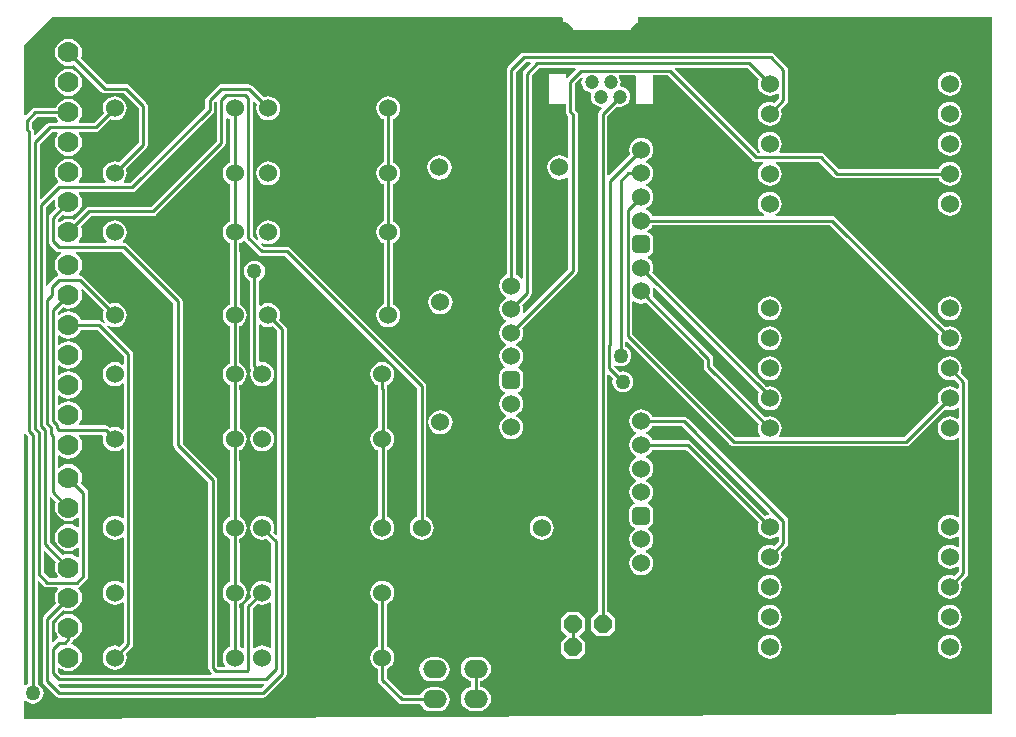
<source format=gtl>
G04 Layer_Physical_Order=1*
G04 Layer_Color=25308*
%FSLAX24Y24*%
%MOIN*%
G70*
G01*
G75*
%ADD10C,0.0100*%
G04:AMPARAMS|DCode=11|XSize=60mil|YSize=60mil|CornerRadius=15mil|HoleSize=0mil|Usage=FLASHONLY|Rotation=90.000|XOffset=0mil|YOffset=0mil|HoleType=Round|Shape=RoundedRectangle|*
%AMROUNDEDRECTD11*
21,1,0.0600,0.0300,0,0,90.0*
21,1,0.0300,0.0600,0,0,90.0*
1,1,0.0300,0.0150,0.0150*
1,1,0.0300,0.0150,-0.0150*
1,1,0.0300,-0.0150,-0.0150*
1,1,0.0300,-0.0150,0.0150*
%
%ADD11ROUNDEDRECTD11*%
%ADD12C,0.0600*%
%ADD13C,0.0700*%
%ADD14O,0.0800X0.0600*%
%ADD15C,0.1070*%
%ADD16C,0.0472*%
%ADD17P,0.0639X8X22.5*%
%ADD18O,0.1181X0.1969*%
%ADD19C,0.0500*%
G36*
X20157Y22057D02*
Y21789D01*
X20107Y21764D01*
X20052Y21806D01*
X19955Y21846D01*
X19850Y21860D01*
X19746Y21846D01*
X19649Y21806D01*
X19565Y21742D01*
X19501Y21658D01*
X19461Y21561D01*
X19447Y21457D01*
X19461Y21352D01*
X19501Y21255D01*
X19565Y21171D01*
X19649Y21107D01*
X19746Y21067D01*
X19850Y21053D01*
X19955Y21067D01*
X20052Y21107D01*
X20107Y21149D01*
X20157Y21125D01*
Y19623D01*
X20107Y19599D01*
X20052Y19641D01*
X19955Y19681D01*
X19850Y19695D01*
X19746Y19681D01*
X19697Y19661D01*
X19655Y19703D01*
X19606Y19736D01*
X19547Y19747D01*
X18671D01*
X18646Y19797D01*
X18700Y19868D01*
X18745Y19977D01*
X18761Y20094D01*
X18745Y20212D01*
X18700Y20321D01*
X18628Y20415D01*
X18534Y20488D01*
X18425Y20533D01*
X18307Y20548D01*
X18190Y20533D01*
X18080Y20488D01*
X18010Y20434D01*
X17960Y20458D01*
Y20731D01*
X18010Y20755D01*
X18080Y20701D01*
X18190Y20656D01*
X18307Y20641D01*
X18425Y20656D01*
X18534Y20701D01*
X18628Y20774D01*
X18700Y20868D01*
X18745Y20977D01*
X18761Y21094D01*
X18745Y21212D01*
X18700Y21321D01*
X18628Y21415D01*
X18534Y21488D01*
X18425Y21533D01*
X18307Y21548D01*
X18190Y21533D01*
X18080Y21488D01*
X18010Y21434D01*
X17960Y21458D01*
Y21731D01*
X18010Y21755D01*
X18080Y21701D01*
X18190Y21656D01*
X18307Y21641D01*
X18425Y21656D01*
X18534Y21701D01*
X18628Y21774D01*
X18700Y21868D01*
X18745Y21977D01*
X18761Y22094D01*
X18745Y22212D01*
X18700Y22321D01*
X18628Y22415D01*
X18534Y22488D01*
X18425Y22533D01*
X18307Y22548D01*
X18190Y22533D01*
X18080Y22488D01*
X18010Y22434D01*
X17960Y22458D01*
Y22731D01*
X18010Y22755D01*
X18080Y22701D01*
X18190Y22656D01*
X18307Y22641D01*
X18425Y22656D01*
X18534Y22701D01*
X18628Y22774D01*
X18700Y22868D01*
X18731Y22942D01*
X19272D01*
X20157Y22057D01*
D02*
G37*
G36*
X19481Y23578D02*
X19461Y23530D01*
X19447Y23425D01*
X19461Y23321D01*
X19501Y23223D01*
X19526Y23191D01*
X19488Y23158D01*
X19444Y23203D01*
X19394Y23236D01*
X19336Y23247D01*
X18731D01*
X18700Y23321D01*
X18628Y23415D01*
X18534Y23488D01*
X18425Y23533D01*
X18307Y23548D01*
X18190Y23533D01*
X18080Y23488D01*
X18010Y23434D01*
X17960Y23458D01*
Y23531D01*
X18116Y23687D01*
X18190Y23656D01*
X18307Y23641D01*
X18425Y23656D01*
X18534Y23701D01*
X18628Y23774D01*
X18700Y23868D01*
X18745Y23977D01*
X18761Y24094D01*
X18745Y24212D01*
X18723Y24265D01*
X18766Y24293D01*
X19481Y23578D01*
D02*
G37*
G36*
X23649Y29966D02*
X23697Y29945D01*
Y28942D01*
X23697Y28940D01*
Y28519D01*
X23649Y28499D01*
X23565Y28435D01*
X23501Y28351D01*
X23461Y28254D01*
X23447Y28150D01*
X23461Y28045D01*
X23501Y27948D01*
X23565Y27864D01*
X23649Y27800D01*
X23697Y27780D01*
Y26551D01*
X23649Y26530D01*
X23565Y26466D01*
X23501Y26383D01*
X23461Y26286D01*
X23447Y26181D01*
X23461Y26077D01*
X23501Y25979D01*
X23565Y25896D01*
X23649Y25832D01*
X23697Y25811D01*
Y25510D01*
X23707Y25461D01*
Y23799D01*
X23649Y23775D01*
X23565Y23710D01*
X23501Y23627D01*
X23461Y23530D01*
X23447Y23425D01*
X23461Y23321D01*
X23501Y23223D01*
X23565Y23140D01*
X23649Y23076D01*
X23697Y23056D01*
Y21826D01*
X23649Y21806D01*
X23565Y21742D01*
X23501Y21658D01*
X23461Y21561D01*
X23447Y21457D01*
X23461Y21352D01*
X23501Y21255D01*
X23565Y21171D01*
X23649Y21107D01*
X23697Y21087D01*
Y20930D01*
X23707Y20881D01*
Y19665D01*
X23649Y19641D01*
X23565Y19577D01*
X23501Y19493D01*
X23461Y19396D01*
X23447Y19291D01*
X23461Y19187D01*
X23501Y19090D01*
X23565Y19006D01*
X23649Y18942D01*
X23697Y18922D01*
Y18570D01*
X23707Y18521D01*
Y16712D01*
X23649Y16688D01*
X23565Y16624D01*
X23501Y16540D01*
X23461Y16443D01*
X23447Y16339D01*
X23461Y16234D01*
X23501Y16137D01*
X23565Y16053D01*
X23649Y15989D01*
X23697Y15969D01*
Y15810D01*
X23707Y15761D01*
Y14547D01*
X23649Y14523D01*
X23565Y14459D01*
X23501Y14375D01*
X23461Y14278D01*
X23447Y14173D01*
X23461Y14069D01*
X23501Y13971D01*
X23565Y13888D01*
X23649Y13824D01*
X23697Y13804D01*
Y13640D01*
X23707Y13591D01*
Y12381D01*
X23649Y12357D01*
X23565Y12293D01*
X23501Y12210D01*
X23461Y12112D01*
X23447Y12008D01*
X23461Y11903D01*
X23501Y11806D01*
X23542Y11753D01*
X23517Y11703D01*
X23303D01*
X23273Y11733D01*
Y17920D01*
X23261Y17979D01*
X23228Y18028D01*
X22113Y19143D01*
Y23880D01*
X22103Y23929D01*
X22101Y23939D01*
X22068Y23988D01*
X20268Y25788D01*
X20219Y25821D01*
X20160Y25833D01*
X20132D01*
X20115Y25880D01*
X20136Y25896D01*
X20200Y25979D01*
X20240Y26077D01*
X20254Y26181D01*
X20240Y26286D01*
X20200Y26383D01*
X20136Y26466D01*
X20052Y26530D01*
X19955Y26571D01*
X19850Y26585D01*
X19746Y26571D01*
X19649Y26530D01*
X19565Y26466D01*
X19501Y26383D01*
X19461Y26286D01*
X19447Y26181D01*
X19461Y26077D01*
X19501Y25979D01*
X19565Y25896D01*
X19585Y25880D01*
X19569Y25833D01*
X18670D01*
X18646Y25883D01*
X18700Y25954D01*
X18745Y26064D01*
X18761Y26181D01*
X18745Y26299D01*
X18715Y26373D01*
X19069Y26727D01*
X21120D01*
X21179Y26739D01*
X21229Y26772D01*
X23509Y29052D01*
X23542Y29101D01*
X23553Y29160D01*
Y29976D01*
X23603Y30000D01*
X23649Y29966D01*
D02*
G37*
G36*
X21807Y23817D02*
Y19080D01*
X21819Y19021D01*
X21852Y18972D01*
X22967Y17857D01*
Y11670D01*
X22979Y11611D01*
X23012Y11562D01*
X23091Y11483D01*
X23070Y11433D01*
X18063D01*
X17953Y11543D01*
Y11652D01*
X18003Y11674D01*
X18080Y11615D01*
X18190Y11569D01*
X18307Y11554D01*
X18425Y11569D01*
X18534Y11615D01*
X18628Y11687D01*
X18700Y11781D01*
X18745Y11890D01*
X18761Y12008D01*
X18745Y12125D01*
X18700Y12235D01*
X18628Y12329D01*
X18534Y12401D01*
X18425Y12446D01*
X18417Y12447D01*
X18401Y12495D01*
X18415Y12509D01*
X18448Y12559D01*
X18453Y12581D01*
X18534Y12615D01*
X18628Y12687D01*
X18700Y12781D01*
X18745Y12890D01*
X18761Y13008D01*
X18745Y13125D01*
X18700Y13235D01*
X18628Y13329D01*
X18534Y13401D01*
X18425Y13446D01*
X18307Y13462D01*
X18190Y13446D01*
X18080Y13401D01*
X17986Y13329D01*
X17914Y13235D01*
X17869Y13125D01*
X17853Y13008D01*
X17869Y12890D01*
X17914Y12781D01*
X17970Y12708D01*
X17952Y12653D01*
X17941Y12651D01*
X17892Y12618D01*
X17799Y12525D01*
X17753Y12545D01*
Y13237D01*
X18116Y13600D01*
X18190Y13569D01*
X18307Y13554D01*
X18425Y13569D01*
X18534Y13615D01*
X18628Y13687D01*
X18700Y13781D01*
X18745Y13890D01*
X18761Y14008D01*
X18745Y14125D01*
X18700Y14235D01*
X18641Y14312D01*
X18655Y14362D01*
X18659Y14367D01*
X18708Y14400D01*
X18918Y14610D01*
X18951Y14659D01*
X18963Y14718D01*
Y17505D01*
X18951Y17563D01*
X18918Y17613D01*
X18715Y17816D01*
X18745Y17890D01*
X18761Y18008D01*
X18745Y18125D01*
X18700Y18235D01*
X18628Y18329D01*
X18534Y18401D01*
X18425Y18446D01*
X18307Y18462D01*
X18190Y18446D01*
X18080Y18401D01*
X18003Y18342D01*
X17953Y18364D01*
Y18739D01*
X18003Y18761D01*
X18080Y18701D01*
X18190Y18656D01*
X18307Y18641D01*
X18425Y18656D01*
X18534Y18701D01*
X18628Y18774D01*
X18700Y18868D01*
X18745Y18977D01*
X18761Y19094D01*
X18745Y19212D01*
X18700Y19321D01*
X18646Y19392D01*
X18671Y19442D01*
X19435D01*
X19458Y19407D01*
X19460Y19392D01*
X19447Y19291D01*
X19461Y19187D01*
X19501Y19090D01*
X19565Y19006D01*
X19649Y18942D01*
X19746Y18902D01*
X19850Y18888D01*
X19955Y18902D01*
X20052Y18942D01*
X20107Y18984D01*
X20157Y18959D01*
Y16670D01*
X20107Y16646D01*
X20052Y16688D01*
X19955Y16728D01*
X19850Y16742D01*
X19746Y16728D01*
X19649Y16688D01*
X19565Y16624D01*
X19501Y16540D01*
X19461Y16443D01*
X19447Y16339D01*
X19461Y16234D01*
X19501Y16137D01*
X19565Y16053D01*
X19649Y15989D01*
X19746Y15949D01*
X19850Y15935D01*
X19955Y15949D01*
X20052Y15989D01*
X20107Y16031D01*
X20157Y16007D01*
Y14505D01*
X20107Y14480D01*
X20052Y14523D01*
X19955Y14563D01*
X19850Y14577D01*
X19746Y14563D01*
X19649Y14523D01*
X19565Y14459D01*
X19501Y14375D01*
X19461Y14278D01*
X19447Y14173D01*
X19461Y14069D01*
X19501Y13971D01*
X19565Y13888D01*
X19649Y13824D01*
X19746Y13784D01*
X19850Y13770D01*
X19955Y13784D01*
X20052Y13824D01*
X20107Y13866D01*
X20157Y13841D01*
Y12531D01*
X20004Y12377D01*
X19955Y12398D01*
X19850Y12411D01*
X19746Y12398D01*
X19649Y12357D01*
X19565Y12293D01*
X19501Y12210D01*
X19461Y12112D01*
X19447Y12008D01*
X19461Y11903D01*
X19501Y11806D01*
X19565Y11723D01*
X19649Y11658D01*
X19746Y11618D01*
X19850Y11604D01*
X19955Y11618D01*
X20052Y11658D01*
X20136Y11723D01*
X20200Y11806D01*
X20240Y11903D01*
X20254Y12008D01*
X20240Y12112D01*
X20220Y12161D01*
X20418Y12359D01*
X20451Y12409D01*
X20463Y12467D01*
Y22120D01*
X20451Y22179D01*
X20418Y22228D01*
X19584Y23063D01*
X19617Y23100D01*
X19649Y23076D01*
X19746Y23036D01*
X19850Y23022D01*
X19955Y23036D01*
X20052Y23076D01*
X20136Y23140D01*
X20200Y23223D01*
X20240Y23321D01*
X20254Y23425D01*
X20240Y23530D01*
X20200Y23627D01*
X20136Y23710D01*
X20052Y23775D01*
X19955Y23815D01*
X19850Y23829D01*
X19746Y23815D01*
X19697Y23795D01*
X18789Y24703D01*
X18740Y24736D01*
X18681Y24747D01*
X18671D01*
X18646Y24797D01*
X18700Y24868D01*
X18745Y24977D01*
X18761Y25094D01*
X18745Y25212D01*
X18700Y25321D01*
X18628Y25415D01*
X18548Y25477D01*
X18565Y25527D01*
X20097D01*
X21807Y23817D01*
D02*
G37*
G36*
X17863Y27257D02*
X17853Y27181D01*
X17869Y27064D01*
X17899Y26990D01*
X17692Y26782D01*
X17659Y26733D01*
X17647Y26674D01*
Y25880D01*
X17659Y25821D01*
X17692Y25772D01*
X17892Y25572D01*
X17941Y25539D01*
X18000Y25527D01*
X18049D01*
X18066Y25477D01*
X17986Y25415D01*
X17914Y25321D01*
X17869Y25212D01*
X17853Y25094D01*
X17869Y24977D01*
X17914Y24868D01*
X17971Y24793D01*
X17955Y24740D01*
X17953Y24738D01*
X17951Y24738D01*
X17941Y24736D01*
X17892Y24703D01*
X17642Y24453D01*
X17610Y24405D01*
X17606Y24404D01*
X17560Y24417D01*
Y27025D01*
X17816Y27281D01*
X17863Y27257D01*
D02*
G37*
G36*
X17899Y15199D02*
X17869Y15125D01*
X17853Y15008D01*
X17869Y14890D01*
X17914Y14781D01*
X17968Y14711D01*
X17943Y14661D01*
X17663D01*
X17479Y14845D01*
Y15554D01*
X17525Y15574D01*
X17899Y15199D01*
D02*
G37*
G36*
X23247Y30511D02*
Y29223D01*
X21057Y27033D01*
X19006D01*
X18947Y27021D01*
X18898Y26988D01*
X18499Y26589D01*
X18425Y26620D01*
X18307Y26635D01*
X18190Y26620D01*
X18080Y26574D01*
X18003Y26515D01*
X17953Y26537D01*
Y26611D01*
X18116Y26773D01*
X18190Y26743D01*
X18307Y26727D01*
X18425Y26743D01*
X18534Y26788D01*
X18628Y26860D01*
X18700Y26954D01*
X18745Y27064D01*
X18761Y27181D01*
X18745Y27299D01*
X18700Y27408D01*
X18646Y27478D01*
X18671Y27528D01*
X20440D01*
X20499Y27540D01*
X20548Y27573D01*
X23129Y30154D01*
X23163Y30204D01*
X23174Y30262D01*
Y30518D01*
X23197Y30535D01*
X23247Y30511D01*
D02*
G37*
G36*
X25077Y13840D02*
Y12341D01*
X25027Y12316D01*
X24973Y12357D01*
X24876Y12398D01*
X24772Y12411D01*
X24667Y12398D01*
X24570Y12357D01*
X24513Y12314D01*
X24463Y12338D01*
Y13648D01*
X24618Y13804D01*
X24667Y13784D01*
X24772Y13770D01*
X24876Y13784D01*
X24973Y13824D01*
X25027Y13865D01*
X25077Y13840D01*
D02*
G37*
G36*
X17899Y17199D02*
X17869Y17125D01*
X17853Y17008D01*
X17869Y16890D01*
X17914Y16781D01*
X17986Y16687D01*
X18080Y16615D01*
X18190Y16569D01*
X18307Y16554D01*
X18425Y16569D01*
X18534Y16615D01*
X18607Y16671D01*
X18657Y16646D01*
Y16370D01*
X18607Y16345D01*
X18534Y16401D01*
X18425Y16446D01*
X18307Y16462D01*
X18190Y16446D01*
X18080Y16401D01*
X17986Y16329D01*
X17914Y16235D01*
X17869Y16125D01*
X17853Y16008D01*
X17869Y15890D01*
X17914Y15781D01*
X17986Y15687D01*
X18080Y15615D01*
X18190Y15569D01*
X18307Y15554D01*
X18425Y15569D01*
X18534Y15615D01*
X18607Y15671D01*
X18657Y15646D01*
Y15370D01*
X18607Y15345D01*
X18534Y15401D01*
X18425Y15446D01*
X18307Y15462D01*
X18190Y15446D01*
X18116Y15416D01*
X17679Y15852D01*
Y17349D01*
X17729Y17370D01*
X17899Y17199D01*
D02*
G37*
G36*
X49110Y10141D02*
X16870Y9946D01*
X16835Y9981D01*
Y10557D01*
X16885Y10571D01*
X16949Y10521D01*
X17035Y10486D01*
X17126Y10474D01*
X17217Y10486D01*
X17302Y10521D01*
X17376Y10577D01*
X17432Y10650D01*
X17467Y10735D01*
X17479Y10827D01*
X17467Y10918D01*
X17432Y11003D01*
X17376Y11076D01*
X17302Y11132D01*
X17279Y11142D01*
Y14547D01*
X17325Y14567D01*
X17492Y14400D01*
X17541Y14367D01*
X17600Y14355D01*
X17943D01*
X17968Y14305D01*
X17914Y14235D01*
X17869Y14125D01*
X17853Y14008D01*
X17869Y13890D01*
X17899Y13816D01*
X17492Y13409D01*
X17459Y13359D01*
X17447Y13301D01*
Y11230D01*
X17459Y11171D01*
X17492Y11122D01*
X17892Y10722D01*
X17941Y10689D01*
X17951Y10687D01*
X18000Y10677D01*
X24800D01*
X24859Y10689D01*
X24908Y10722D01*
X25538Y11352D01*
X25571Y11401D01*
X25583Y11460D01*
Y22964D01*
X25571Y23022D01*
X25538Y23072D01*
X25338Y23272D01*
X25358Y23321D01*
X25372Y23425D01*
X25358Y23530D01*
X25318Y23627D01*
X25254Y23710D01*
X25170Y23775D01*
X25073Y23815D01*
X24969Y23829D01*
X24864Y23815D01*
X24767Y23775D01*
X24713Y23733D01*
X24663Y23758D01*
Y24575D01*
X24687Y24584D01*
X24760Y24640D01*
X24816Y24713D01*
X24851Y24799D01*
X24863Y24890D01*
X24851Y24981D01*
X24816Y25067D01*
X24760Y25140D01*
X24687Y25196D01*
X24601Y25231D01*
X24510Y25243D01*
X24419Y25231D01*
X24333Y25196D01*
X24260Y25140D01*
X24204Y25067D01*
X24169Y24981D01*
X24157Y24890D01*
X24169Y24799D01*
X24204Y24713D01*
X24260Y24640D01*
X24333Y24584D01*
X24357Y24575D01*
Y21718D01*
X24369Y21660D01*
X24402Y21610D01*
X24402Y21610D01*
X24382Y21561D01*
X24368Y21457D01*
X24382Y21352D01*
X24422Y21255D01*
X24486Y21171D01*
X24570Y21107D01*
X24667Y21067D01*
X24772Y21053D01*
X24876Y21067D01*
X24973Y21107D01*
X25057Y21171D01*
X25121Y21255D01*
X25161Y21352D01*
X25175Y21457D01*
X25161Y21561D01*
X25121Y21658D01*
X25057Y21742D01*
X24973Y21806D01*
X24876Y21846D01*
X24772Y21860D01*
X24713Y21852D01*
X24663Y21896D01*
Y23092D01*
X24713Y23117D01*
X24767Y23076D01*
X24864Y23036D01*
X24969Y23022D01*
X25073Y23036D01*
X25122Y23056D01*
X25277Y22900D01*
Y16115D01*
X25231Y16096D01*
X25141Y16185D01*
X25161Y16234D01*
X25175Y16339D01*
X25161Y16443D01*
X25121Y16540D01*
X25057Y16624D01*
X24973Y16688D01*
X24876Y16728D01*
X24772Y16742D01*
X24667Y16728D01*
X24570Y16688D01*
X24486Y16624D01*
X24422Y16540D01*
X24382Y16443D01*
X24368Y16339D01*
X24382Y16234D01*
X24422Y16137D01*
X24486Y16053D01*
X24570Y15989D01*
X24667Y15949D01*
X24772Y15935D01*
X24876Y15949D01*
X24925Y15969D01*
X25077Y15817D01*
Y14506D01*
X25027Y14481D01*
X24973Y14523D01*
X24876Y14563D01*
X24772Y14577D01*
X24667Y14563D01*
X24570Y14523D01*
X24486Y14459D01*
X24422Y14375D01*
X24382Y14278D01*
X24368Y14173D01*
X24382Y14069D01*
X24402Y14020D01*
X24202Y13820D01*
X24169Y13770D01*
X24157Y13712D01*
Y12340D01*
X24107Y12315D01*
X24052Y12357D01*
X24013Y12374D01*
Y13630D01*
X24003Y13678D01*
Y13804D01*
X24052Y13824D01*
X24136Y13888D01*
X24200Y13971D01*
X24240Y14069D01*
X24254Y14173D01*
X24240Y14278D01*
X24200Y14375D01*
X24136Y14459D01*
X24052Y14523D01*
X24013Y14539D01*
Y15800D01*
X24003Y15848D01*
Y15969D01*
X24052Y15989D01*
X24136Y16053D01*
X24200Y16137D01*
X24240Y16234D01*
X24254Y16339D01*
X24240Y16443D01*
X24200Y16540D01*
X24136Y16624D01*
X24052Y16688D01*
X24013Y16704D01*
Y18560D01*
X24003Y18608D01*
Y18922D01*
X24052Y18942D01*
X24136Y19006D01*
X24200Y19090D01*
X24240Y19187D01*
X24254Y19291D01*
X24240Y19396D01*
X24200Y19493D01*
X24136Y19577D01*
X24052Y19641D01*
X24013Y19657D01*
Y20920D01*
X24003Y20968D01*
Y21087D01*
X24052Y21107D01*
X24136Y21171D01*
X24200Y21255D01*
X24240Y21352D01*
X24254Y21457D01*
X24240Y21561D01*
X24200Y21658D01*
X24136Y21742D01*
X24052Y21806D01*
X24003Y21826D01*
Y23055D01*
X24052Y23076D01*
X24136Y23140D01*
X24200Y23223D01*
X24240Y23321D01*
X24254Y23425D01*
X24240Y23530D01*
X24200Y23627D01*
X24136Y23710D01*
X24052Y23775D01*
X24013Y23791D01*
Y25500D01*
X24003Y25548D01*
Y25811D01*
X24052Y25832D01*
X24136Y25896D01*
X24144Y25906D01*
X24193Y25904D01*
X24202Y25892D01*
X24652Y25442D01*
X24701Y25409D01*
X24760Y25397D01*
X25527D01*
X29934Y20990D01*
Y16708D01*
X29885Y16688D01*
X29801Y16624D01*
X29737Y16540D01*
X29697Y16443D01*
X29683Y16339D01*
X29697Y16234D01*
X29737Y16137D01*
X29801Y16053D01*
X29885Y15989D01*
X29982Y15949D01*
X30087Y15935D01*
X30191Y15949D01*
X30288Y15989D01*
X30372Y16053D01*
X30436Y16137D01*
X30476Y16234D01*
X30490Y16339D01*
X30476Y16443D01*
X30436Y16540D01*
X30372Y16624D01*
X30288Y16688D01*
X30240Y16708D01*
Y21053D01*
X30228Y21112D01*
X30195Y21162D01*
X25698Y25658D01*
X25649Y25691D01*
X25590Y25703D01*
X24823D01*
X24727Y25799D01*
X24760Y25837D01*
X24767Y25832D01*
X24864Y25791D01*
X24969Y25778D01*
X25073Y25791D01*
X25170Y25832D01*
X25254Y25896D01*
X25318Y25979D01*
X25358Y26077D01*
X25372Y26181D01*
X25358Y26286D01*
X25318Y26383D01*
X25254Y26466D01*
X25170Y26530D01*
X25073Y26571D01*
X24969Y26585D01*
X24864Y26571D01*
X24767Y26530D01*
X24683Y26466D01*
X24619Y26383D01*
X24579Y26286D01*
X24565Y26181D01*
X24579Y26077D01*
X24619Y25979D01*
X24624Y25973D01*
X24586Y25940D01*
X24463Y26063D01*
Y30539D01*
X24509Y30558D01*
X24599Y30468D01*
X24579Y30419D01*
X24565Y30315D01*
X24579Y30211D01*
X24619Y30113D01*
X24683Y30030D01*
X24767Y29966D01*
X24864Y29925D01*
X24969Y29912D01*
X25073Y29925D01*
X25170Y29966D01*
X25254Y30030D01*
X25318Y30113D01*
X25358Y30211D01*
X25372Y30315D01*
X25358Y30419D01*
X25318Y30517D01*
X25254Y30600D01*
X25170Y30664D01*
X25073Y30705D01*
X24969Y30718D01*
X24864Y30705D01*
X24815Y30684D01*
X24427Y31073D01*
X24377Y31106D01*
X24318Y31118D01*
X23386D01*
X23328Y31106D01*
X23278Y31073D01*
X22913Y30708D01*
X22880Y30659D01*
X22868Y30600D01*
Y30326D01*
X20377Y27834D01*
X20175D01*
X20151Y27884D01*
X20200Y27948D01*
X20240Y28045D01*
X20254Y28150D01*
X20240Y28254D01*
X20220Y28303D01*
X20908Y28991D01*
X20941Y29041D01*
X20953Y29099D01*
Y30399D01*
X20941Y30458D01*
X20908Y30507D01*
X20337Y31078D01*
X20288Y31111D01*
X20229Y31123D01*
X19582D01*
X18715Y31990D01*
X18745Y32064D01*
X18761Y32181D01*
X18745Y32299D01*
X18700Y32408D01*
X18628Y32502D01*
X18534Y32574D01*
X18425Y32620D01*
X18307Y32635D01*
X18190Y32620D01*
X18080Y32574D01*
X17986Y32502D01*
X17914Y32408D01*
X17869Y32299D01*
X17853Y32181D01*
X17869Y32064D01*
X17914Y31954D01*
X17986Y31860D01*
X18080Y31788D01*
X18190Y31743D01*
X18307Y31727D01*
X18425Y31743D01*
X18499Y31773D01*
X19410Y30862D01*
X19460Y30829D01*
X19518Y30817D01*
X20166D01*
X20647Y30336D01*
Y29163D01*
X20004Y28519D01*
X19955Y28539D01*
X19850Y28553D01*
X19746Y28539D01*
X19649Y28499D01*
X19565Y28435D01*
X19501Y28351D01*
X19461Y28254D01*
X19447Y28150D01*
X19461Y28045D01*
X19501Y27948D01*
X19550Y27884D01*
X19525Y27834D01*
X18671D01*
X18646Y27884D01*
X18700Y27954D01*
X18745Y28064D01*
X18761Y28181D01*
X18745Y28299D01*
X18700Y28408D01*
X18628Y28502D01*
X18534Y28574D01*
X18425Y28620D01*
X18307Y28635D01*
X18190Y28620D01*
X18080Y28574D01*
X17986Y28502D01*
X17914Y28408D01*
X17869Y28299D01*
X17853Y28181D01*
X17869Y28064D01*
X17914Y27954D01*
X17971Y27879D01*
X17955Y27827D01*
X17953Y27825D01*
X17941Y27822D01*
X17892Y27789D01*
X17406Y27304D01*
X17360Y27323D01*
Y29134D01*
X17754Y29528D01*
X17943D01*
X17968Y29478D01*
X17914Y29408D01*
X17869Y29299D01*
X17853Y29181D01*
X17869Y29064D01*
X17914Y28954D01*
X17986Y28860D01*
X18080Y28788D01*
X18190Y28743D01*
X18307Y28727D01*
X18425Y28743D01*
X18534Y28788D01*
X18628Y28860D01*
X18700Y28954D01*
X18745Y29064D01*
X18761Y29181D01*
X18745Y29299D01*
X18700Y29408D01*
X18646Y29478D01*
X18671Y29528D01*
X19217D01*
X19275Y29540D01*
X19325Y29573D01*
X19697Y29945D01*
X19746Y29925D01*
X19850Y29912D01*
X19955Y29925D01*
X20052Y29966D01*
X20136Y30030D01*
X20200Y30113D01*
X20240Y30211D01*
X20254Y30315D01*
X20240Y30419D01*
X20200Y30517D01*
X20136Y30600D01*
X20052Y30664D01*
X19955Y30705D01*
X19850Y30718D01*
X19746Y30705D01*
X19649Y30664D01*
X19565Y30600D01*
X19501Y30517D01*
X19461Y30419D01*
X19447Y30315D01*
X19461Y30211D01*
X19481Y30162D01*
X19153Y29834D01*
X18671D01*
X18646Y29884D01*
X18700Y29954D01*
X18745Y30064D01*
X18761Y30181D01*
X18745Y30299D01*
X18700Y30408D01*
X18628Y30502D01*
X18534Y30574D01*
X18425Y30620D01*
X18307Y30635D01*
X18190Y30620D01*
X18080Y30574D01*
X17986Y30502D01*
X17914Y30408D01*
X17883Y30334D01*
X17200D01*
X17141Y30322D01*
X17092Y30289D01*
X16881Y30078D01*
X16835Y30097D01*
Y32438D01*
X17759Y33362D01*
X34768D01*
X34803Y33327D01*
X34803Y32913D01*
X37283Y32913D01*
X37283Y33362D01*
X49110D01*
Y10141D01*
D02*
G37*
G36*
X18000Y11127D02*
X24815D01*
X24835Y11081D01*
X24737Y10983D01*
X18063D01*
X17963Y11083D01*
X17987Y11130D01*
X18000Y11127D01*
D02*
G37*
G36*
X17914Y29954D02*
X17968Y29884D01*
X17943Y29834D01*
X17691D01*
X17633Y29822D01*
X17583Y29789D01*
X17206Y29413D01*
X17160Y29432D01*
Y29534D01*
X17148Y29593D01*
X17115Y29642D01*
X17082Y29675D01*
Y29847D01*
X17263Y30028D01*
X17883D01*
X17914Y29954D01*
D02*
G37*
G36*
X16899Y19448D02*
X16973Y19374D01*
Y11142D01*
X16949Y11132D01*
X16885Y11083D01*
X16835Y11097D01*
Y19454D01*
X16885Y19469D01*
X16899Y19448D01*
D02*
G37*
%LPC*%
G36*
X41685Y14774D02*
X41581Y14760D01*
X41483Y14719D01*
X41400Y14655D01*
X41336Y14572D01*
X41295Y14475D01*
X41282Y14370D01*
X41295Y14266D01*
X41336Y14168D01*
X41400Y14085D01*
X41483Y14021D01*
X41581Y13980D01*
X41685Y13967D01*
X41789Y13980D01*
X41887Y14021D01*
X41970Y14085D01*
X42034Y14168D01*
X42075Y14266D01*
X42088Y14370D01*
X42075Y14475D01*
X42034Y14572D01*
X41970Y14655D01*
X41887Y14719D01*
X41789Y14760D01*
X41685Y14774D01*
D02*
G37*
G36*
X34087Y16742D02*
X33982Y16728D01*
X33885Y16688D01*
X33801Y16624D01*
X33737Y16540D01*
X33697Y16443D01*
X33683Y16339D01*
X33697Y16234D01*
X33737Y16137D01*
X33801Y16053D01*
X33885Y15989D01*
X33982Y15949D01*
X34087Y15935D01*
X34191Y15949D01*
X34288Y15989D01*
X34372Y16053D01*
X34436Y16137D01*
X34476Y16234D01*
X34490Y16339D01*
X34476Y16443D01*
X34436Y16540D01*
X34372Y16624D01*
X34288Y16688D01*
X34191Y16728D01*
X34087Y16742D01*
D02*
G37*
G36*
X28772Y21860D02*
X28667Y21846D01*
X28570Y21806D01*
X28486Y21742D01*
X28422Y21658D01*
X28382Y21561D01*
X28368Y21457D01*
X28382Y21352D01*
X28422Y21255D01*
X28486Y21171D01*
X28570Y21107D01*
X28619Y21087D01*
Y20958D01*
X28627Y20916D01*
Y19664D01*
X28570Y19641D01*
X28486Y19577D01*
X28422Y19493D01*
X28382Y19396D01*
X28368Y19291D01*
X28382Y19187D01*
X28422Y19090D01*
X28486Y19006D01*
X28570Y18942D01*
X28627Y18918D01*
Y16712D01*
X28570Y16688D01*
X28486Y16624D01*
X28422Y16540D01*
X28382Y16443D01*
X28368Y16339D01*
X28382Y16234D01*
X28422Y16137D01*
X28486Y16053D01*
X28570Y15989D01*
X28667Y15949D01*
X28772Y15935D01*
X28876Y15949D01*
X28973Y15989D01*
X29057Y16053D01*
X29121Y16137D01*
X29161Y16234D01*
X29175Y16339D01*
X29161Y16443D01*
X29121Y16540D01*
X29057Y16624D01*
X28973Y16688D01*
X28933Y16705D01*
Y18925D01*
X28973Y18942D01*
X29057Y19006D01*
X29121Y19090D01*
X29161Y19187D01*
X29175Y19291D01*
X29161Y19396D01*
X29121Y19493D01*
X29057Y19577D01*
X28973Y19641D01*
X28933Y19657D01*
Y20950D01*
X28925Y20992D01*
Y21087D01*
X28973Y21107D01*
X29057Y21171D01*
X29121Y21255D01*
X29161Y21352D01*
X29175Y21457D01*
X29161Y21561D01*
X29121Y21658D01*
X29057Y21742D01*
X28973Y21806D01*
X28876Y21846D01*
X28772Y21860D01*
D02*
G37*
G36*
X37402Y20285D02*
X37297Y20272D01*
X37200Y20231D01*
X37116Y20167D01*
X37052Y20084D01*
X37012Y19986D01*
X36998Y19882D01*
X37012Y19777D01*
X37052Y19680D01*
X37116Y19597D01*
X37200Y19533D01*
X37241Y19515D01*
Y19461D01*
X37200Y19444D01*
X37116Y19380D01*
X37052Y19296D01*
X37012Y19199D01*
X36998Y19094D01*
X37012Y18990D01*
X37052Y18893D01*
X37116Y18809D01*
X37200Y18745D01*
X37241Y18728D01*
Y18674D01*
X37200Y18656D01*
X37116Y18592D01*
X37052Y18509D01*
X37012Y18412D01*
X36998Y18307D01*
X37012Y18203D01*
X37052Y18105D01*
X37116Y18022D01*
X37200Y17958D01*
X37241Y17940D01*
Y17886D01*
X37200Y17869D01*
X37116Y17805D01*
X37052Y17721D01*
X37012Y17624D01*
X36998Y17520D01*
X37012Y17415D01*
X37052Y17318D01*
X37116Y17234D01*
X37192Y17176D01*
X37191Y17147D01*
X37182Y17123D01*
X37154Y17118D01*
X37071Y17063D01*
X37016Y16980D01*
X36997Y16882D01*
Y16582D01*
X37016Y16485D01*
X37071Y16402D01*
X37154Y16347D01*
X37182Y16341D01*
X37191Y16318D01*
X37192Y16288D01*
X37116Y16230D01*
X37052Y16147D01*
X37012Y16049D01*
X36998Y15945D01*
X37012Y15840D01*
X37052Y15743D01*
X37116Y15660D01*
X37200Y15595D01*
X37241Y15578D01*
Y15524D01*
X37200Y15507D01*
X37116Y15443D01*
X37052Y15359D01*
X37012Y15262D01*
X36998Y15157D01*
X37012Y15053D01*
X37052Y14956D01*
X37116Y14872D01*
X37200Y14808D01*
X37297Y14768D01*
X37402Y14754D01*
X37506Y14768D01*
X37603Y14808D01*
X37687Y14872D01*
X37751Y14956D01*
X37791Y15053D01*
X37805Y15157D01*
X37791Y15262D01*
X37751Y15359D01*
X37687Y15443D01*
X37603Y15507D01*
X37562Y15524D01*
Y15578D01*
X37603Y15595D01*
X37687Y15660D01*
X37751Y15743D01*
X37791Y15840D01*
X37805Y15945D01*
X37791Y16049D01*
X37751Y16147D01*
X37687Y16230D01*
X37611Y16288D01*
X37612Y16318D01*
X37621Y16341D01*
X37649Y16347D01*
X37732Y16402D01*
X37787Y16485D01*
X37806Y16582D01*
Y16882D01*
X37787Y16980D01*
X37732Y17063D01*
X37649Y17118D01*
X37621Y17123D01*
X37612Y17147D01*
X37611Y17176D01*
X37687Y17234D01*
X37751Y17318D01*
X37791Y17415D01*
X37805Y17520D01*
X37791Y17624D01*
X37751Y17721D01*
X37687Y17805D01*
X37603Y17869D01*
X37562Y17886D01*
Y17940D01*
X37603Y17958D01*
X37687Y18022D01*
X37751Y18105D01*
X37791Y18203D01*
X37805Y18307D01*
X37791Y18412D01*
X37751Y18509D01*
X37687Y18592D01*
X37603Y18656D01*
X37562Y18674D01*
Y18728D01*
X37603Y18745D01*
X37687Y18809D01*
X37751Y18893D01*
X37771Y18942D01*
X38897D01*
X41316Y16523D01*
X41295Y16474D01*
X41282Y16370D01*
X41295Y16266D01*
X41336Y16168D01*
X41400Y16085D01*
X41483Y16021D01*
X41581Y15980D01*
X41685Y15967D01*
X41789Y15980D01*
X41887Y16021D01*
X41937Y16059D01*
X41987Y16035D01*
Y15888D01*
X41838Y15740D01*
X41789Y15760D01*
X41685Y15774D01*
X41581Y15760D01*
X41483Y15719D01*
X41400Y15655D01*
X41336Y15572D01*
X41295Y15474D01*
X41282Y15370D01*
X41295Y15266D01*
X41336Y15168D01*
X41400Y15085D01*
X41483Y15021D01*
X41581Y14980D01*
X41685Y14967D01*
X41789Y14980D01*
X41887Y15021D01*
X41970Y15085D01*
X42034Y15168D01*
X42075Y15266D01*
X42088Y15370D01*
X42075Y15474D01*
X42055Y15523D01*
X42248Y15717D01*
X42281Y15767D01*
X42293Y15825D01*
Y16570D01*
X42281Y16629D01*
X42248Y16678D01*
X38936Y19990D01*
X38887Y20023D01*
X38828Y20035D01*
X37771D01*
X37751Y20084D01*
X37687Y20167D01*
X37603Y20231D01*
X37506Y20272D01*
X37402Y20285D01*
D02*
G37*
G36*
X30612Y12018D02*
X30412D01*
X30307Y12004D01*
X30210Y11964D01*
X30127Y11899D01*
X30062Y11816D01*
X30022Y11719D01*
X30008Y11614D01*
X30022Y11510D01*
X30062Y11412D01*
X30127Y11329D01*
X30210Y11265D01*
X30307Y11224D01*
X30412Y11211D01*
X30612D01*
X30716Y11224D01*
X30814Y11265D01*
X30897Y11329D01*
X30961Y11412D01*
X31002Y11510D01*
X31015Y11614D01*
X31002Y11719D01*
X30961Y11816D01*
X30897Y11899D01*
X30814Y11964D01*
X30716Y12004D01*
X30612Y12018D01*
D02*
G37*
G36*
X35335Y13527D02*
X34940D01*
X34743Y13330D01*
Y12934D01*
X34939Y12738D01*
X34743Y12542D01*
Y12147D01*
X34940Y11949D01*
X35335D01*
X35533Y12147D01*
Y12542D01*
X35337Y12738D01*
X35533Y12934D01*
Y13330D01*
X35335Y13527D01*
D02*
G37*
G36*
X28772Y14577D02*
X28667Y14563D01*
X28570Y14523D01*
X28486Y14459D01*
X28422Y14375D01*
X28382Y14278D01*
X28368Y14173D01*
X28382Y14069D01*
X28422Y13971D01*
X28486Y13888D01*
X28570Y13824D01*
X28617Y13804D01*
Y12377D01*
X28570Y12357D01*
X28486Y12293D01*
X28422Y12210D01*
X28382Y12112D01*
X28368Y12008D01*
X28382Y11903D01*
X28422Y11806D01*
X28486Y11723D01*
X28570Y11658D01*
X28619Y11638D01*
Y11262D01*
X28630Y11203D01*
X28664Y11154D01*
X29311Y10506D01*
X29361Y10473D01*
X29419Y10461D01*
X30042D01*
X30062Y10412D01*
X30127Y10329D01*
X30210Y10265D01*
X30307Y10224D01*
X30412Y10211D01*
X30612D01*
X30716Y10224D01*
X30814Y10265D01*
X30897Y10329D01*
X30961Y10412D01*
X31002Y10510D01*
X31015Y10614D01*
X31002Y10719D01*
X30961Y10816D01*
X30897Y10899D01*
X30814Y10964D01*
X30716Y11004D01*
X30612Y11018D01*
X30412D01*
X30307Y11004D01*
X30210Y10964D01*
X30127Y10899D01*
X30062Y10816D01*
X30042Y10767D01*
X29482D01*
X28925Y11325D01*
Y11638D01*
X28973Y11658D01*
X29057Y11723D01*
X29121Y11806D01*
X29161Y11903D01*
X29175Y12008D01*
X29161Y12112D01*
X29121Y12210D01*
X29057Y12293D01*
X28973Y12357D01*
X28923Y12378D01*
Y13803D01*
X28973Y13824D01*
X29057Y13888D01*
X29121Y13971D01*
X29161Y14069D01*
X29175Y14173D01*
X29161Y14278D01*
X29121Y14375D01*
X29057Y14459D01*
X28973Y14523D01*
X28876Y14563D01*
X28772Y14577D01*
D02*
G37*
G36*
X31990Y12033D02*
X31790D01*
X31685Y12020D01*
X31588Y11979D01*
X31504Y11915D01*
X31440Y11832D01*
X31400Y11734D01*
X31386Y11630D01*
X31400Y11525D01*
X31440Y11428D01*
X31504Y11345D01*
X31588Y11281D01*
X31685Y11240D01*
X31727Y11235D01*
Y11025D01*
X31685Y11020D01*
X31588Y10979D01*
X31504Y10915D01*
X31440Y10832D01*
X31400Y10734D01*
X31386Y10630D01*
X31400Y10525D01*
X31440Y10428D01*
X31504Y10345D01*
X31588Y10281D01*
X31685Y10240D01*
X31790Y10226D01*
X31990D01*
X32094Y10240D01*
X32191Y10281D01*
X32275Y10345D01*
X32339Y10428D01*
X32379Y10525D01*
X32393Y10630D01*
X32379Y10734D01*
X32339Y10832D01*
X32275Y10915D01*
X32191Y10979D01*
X32094Y11020D01*
X32033Y11028D01*
Y11232D01*
X32094Y11240D01*
X32191Y11281D01*
X32275Y11345D01*
X32339Y11428D01*
X32379Y11525D01*
X32393Y11630D01*
X32379Y11734D01*
X32339Y11832D01*
X32275Y11915D01*
X32191Y11979D01*
X32094Y12020D01*
X31990Y12033D01*
D02*
G37*
G36*
X41685Y13774D02*
X41581Y13760D01*
X41483Y13719D01*
X41400Y13655D01*
X41336Y13572D01*
X41295Y13475D01*
X41282Y13370D01*
X41295Y13266D01*
X41336Y13168D01*
X41400Y13085D01*
X41483Y13021D01*
X41581Y12980D01*
X41685Y12967D01*
X41789Y12980D01*
X41887Y13021D01*
X41970Y13085D01*
X42034Y13168D01*
X42075Y13266D01*
X42088Y13370D01*
X42075Y13475D01*
X42034Y13572D01*
X41970Y13655D01*
X41887Y13719D01*
X41789Y13760D01*
X41685Y13774D01*
D02*
G37*
G36*
X47685D02*
X47581Y13760D01*
X47483Y13719D01*
X47400Y13655D01*
X47336Y13572D01*
X47295Y13475D01*
X47282Y13370D01*
X47295Y13266D01*
X47336Y13168D01*
X47400Y13085D01*
X47483Y13021D01*
X47581Y12980D01*
X47685Y12967D01*
X47789Y12980D01*
X47887Y13021D01*
X47970Y13085D01*
X48034Y13168D01*
X48075Y13266D01*
X48088Y13370D01*
X48075Y13475D01*
X48034Y13572D01*
X47970Y13655D01*
X47887Y13719D01*
X47789Y13760D01*
X47685Y13774D01*
D02*
G37*
G36*
X41685Y12774D02*
X41581Y12760D01*
X41483Y12719D01*
X41400Y12655D01*
X41336Y12572D01*
X41295Y12474D01*
X41282Y12370D01*
X41295Y12266D01*
X41336Y12168D01*
X41400Y12085D01*
X41483Y12021D01*
X41581Y11980D01*
X41685Y11967D01*
X41789Y11980D01*
X41887Y12021D01*
X41970Y12085D01*
X42034Y12168D01*
X42075Y12266D01*
X42088Y12370D01*
X42075Y12474D01*
X42034Y12572D01*
X41970Y12655D01*
X41887Y12719D01*
X41789Y12760D01*
X41685Y12774D01*
D02*
G37*
G36*
X47685D02*
X47581Y12760D01*
X47483Y12719D01*
X47400Y12655D01*
X47336Y12572D01*
X47295Y12474D01*
X47282Y12370D01*
X47295Y12266D01*
X47336Y12168D01*
X47400Y12085D01*
X47483Y12021D01*
X47581Y11980D01*
X47685Y11967D01*
X47789Y11980D01*
X47887Y12021D01*
X47970Y12085D01*
X48034Y12168D01*
X48075Y12266D01*
X48088Y12370D01*
X48075Y12474D01*
X48034Y12572D01*
X47970Y12655D01*
X47887Y12719D01*
X47789Y12760D01*
X47685Y12774D01*
D02*
G37*
G36*
X24772Y19695D02*
X24667Y19681D01*
X24570Y19641D01*
X24486Y19577D01*
X24422Y19493D01*
X24382Y19396D01*
X24368Y19291D01*
X24382Y19187D01*
X24422Y19090D01*
X24486Y19006D01*
X24570Y18942D01*
X24667Y18902D01*
X24772Y18888D01*
X24876Y18902D01*
X24973Y18942D01*
X25057Y19006D01*
X25121Y19090D01*
X25161Y19187D01*
X25175Y19291D01*
X25161Y19396D01*
X25121Y19493D01*
X25057Y19577D01*
X24973Y19641D01*
X24876Y19681D01*
X24772Y19695D01*
D02*
G37*
G36*
X47685Y27537D02*
X47581Y27524D01*
X47483Y27483D01*
X47400Y27419D01*
X47336Y27336D01*
X47295Y27238D01*
X47282Y27134D01*
X47295Y27029D01*
X47336Y26932D01*
X47400Y26849D01*
X47483Y26784D01*
X47581Y26744D01*
X47685Y26730D01*
X47789Y26744D01*
X47887Y26784D01*
X47970Y26849D01*
X48034Y26932D01*
X48075Y27029D01*
X48088Y27134D01*
X48075Y27238D01*
X48034Y27336D01*
X47970Y27419D01*
X47887Y27483D01*
X47789Y27524D01*
X47685Y27537D01*
D02*
G37*
G36*
X24969Y28553D02*
X24864Y28539D01*
X24767Y28499D01*
X24683Y28435D01*
X24619Y28351D01*
X24579Y28254D01*
X24565Y28150D01*
X24579Y28045D01*
X24619Y27948D01*
X24683Y27864D01*
X24767Y27800D01*
X24864Y27760D01*
X24969Y27746D01*
X25073Y27760D01*
X25170Y27800D01*
X25254Y27864D01*
X25318Y27948D01*
X25358Y28045D01*
X25372Y28150D01*
X25358Y28254D01*
X25318Y28351D01*
X25254Y28435D01*
X25170Y28499D01*
X25073Y28539D01*
X24969Y28553D01*
D02*
G37*
G36*
X30709Y24254D02*
X30604Y24240D01*
X30507Y24200D01*
X30423Y24136D01*
X30359Y24052D01*
X30319Y23955D01*
X30305Y23850D01*
X30319Y23746D01*
X30359Y23649D01*
X30423Y23565D01*
X30507Y23501D01*
X30604Y23461D01*
X30709Y23447D01*
X30813Y23461D01*
X30910Y23501D01*
X30994Y23565D01*
X31058Y23649D01*
X31098Y23746D01*
X31112Y23850D01*
X31098Y23955D01*
X31058Y24052D01*
X30994Y24136D01*
X30910Y24200D01*
X30813Y24240D01*
X30709Y24254D01*
D02*
G37*
G36*
X18307Y31635D02*
X18190Y31620D01*
X18080Y31574D01*
X17986Y31502D01*
X17914Y31408D01*
X17869Y31299D01*
X17853Y31181D01*
X17869Y31064D01*
X17914Y30954D01*
X17986Y30860D01*
X18080Y30788D01*
X18190Y30743D01*
X18307Y30727D01*
X18425Y30743D01*
X18534Y30788D01*
X18628Y30860D01*
X18700Y30954D01*
X18745Y31064D01*
X18761Y31181D01*
X18745Y31299D01*
X18700Y31408D01*
X18628Y31502D01*
X18534Y31574D01*
X18425Y31620D01*
X18307Y31635D01*
D02*
G37*
G36*
X47685Y30537D02*
X47581Y30524D01*
X47483Y30483D01*
X47400Y30419D01*
X47336Y30336D01*
X47295Y30238D01*
X47282Y30134D01*
X47295Y30029D01*
X47336Y29932D01*
X47400Y29849D01*
X47483Y29784D01*
X47581Y29744D01*
X47685Y29730D01*
X47789Y29744D01*
X47887Y29784D01*
X47970Y29849D01*
X48034Y29932D01*
X48075Y30029D01*
X48088Y30134D01*
X48075Y30238D01*
X48034Y30336D01*
X47970Y30419D01*
X47887Y30483D01*
X47789Y30524D01*
X47685Y30537D01*
D02*
G37*
G36*
X41728Y32165D02*
X33483D01*
X33424Y32153D01*
X33375Y32120D01*
X32963Y31708D01*
X32930Y31659D01*
X32918Y31600D01*
Y24779D01*
X32869Y24759D01*
X32786Y24695D01*
X32721Y24611D01*
X32681Y24514D01*
X32667Y24409D01*
X32681Y24305D01*
X32721Y24208D01*
X32786Y24124D01*
X32869Y24060D01*
X32911Y24043D01*
Y23989D01*
X32869Y23971D01*
X32786Y23907D01*
X32721Y23824D01*
X32681Y23726D01*
X32667Y23622D01*
X32681Y23518D01*
X32721Y23420D01*
X32786Y23337D01*
X32869Y23273D01*
X32911Y23255D01*
Y23201D01*
X32869Y23184D01*
X32786Y23120D01*
X32721Y23036D01*
X32681Y22939D01*
X32667Y22835D01*
X32681Y22730D01*
X32721Y22633D01*
X32786Y22549D01*
X32869Y22485D01*
X32911Y22468D01*
Y22414D01*
X32869Y22397D01*
X32786Y22333D01*
X32721Y22249D01*
X32681Y22152D01*
X32667Y22047D01*
X32681Y21943D01*
X32721Y21846D01*
X32786Y21762D01*
X32861Y21704D01*
X32860Y21674D01*
X32852Y21651D01*
X32823Y21645D01*
X32741Y21590D01*
X32685Y21507D01*
X32666Y21410D01*
Y21110D01*
X32685Y21012D01*
X32741Y20930D01*
X32823Y20874D01*
X32852Y20869D01*
X32860Y20845D01*
X32861Y20816D01*
X32786Y20758D01*
X32721Y20674D01*
X32681Y20577D01*
X32667Y20472D01*
X32681Y20368D01*
X32721Y20271D01*
X32786Y20187D01*
X32869Y20123D01*
X32911Y20106D01*
Y20052D01*
X32869Y20034D01*
X32786Y19970D01*
X32721Y19887D01*
X32681Y19789D01*
X32667Y19685D01*
X32681Y19581D01*
X32721Y19483D01*
X32786Y19400D01*
X32869Y19336D01*
X32966Y19295D01*
X33071Y19282D01*
X33175Y19295D01*
X33273Y19336D01*
X33356Y19400D01*
X33420Y19483D01*
X33461Y19581D01*
X33474Y19685D01*
X33461Y19789D01*
X33420Y19887D01*
X33356Y19970D01*
X33273Y20034D01*
X33231Y20052D01*
Y20106D01*
X33273Y20123D01*
X33356Y20187D01*
X33420Y20271D01*
X33461Y20368D01*
X33474Y20472D01*
X33461Y20577D01*
X33420Y20674D01*
X33356Y20758D01*
X33280Y20816D01*
X33281Y20845D01*
X33290Y20869D01*
X33318Y20874D01*
X33401Y20930D01*
X33456Y21012D01*
X33476Y21110D01*
Y21410D01*
X33456Y21507D01*
X33401Y21590D01*
X33318Y21645D01*
X33290Y21651D01*
X33281Y21674D01*
X33280Y21704D01*
X33356Y21762D01*
X33420Y21846D01*
X33461Y21943D01*
X33474Y22047D01*
X33461Y22152D01*
X33420Y22249D01*
X33356Y22333D01*
X33273Y22397D01*
X33231Y22414D01*
Y22468D01*
X33273Y22485D01*
X33356Y22549D01*
X33420Y22633D01*
X33461Y22730D01*
X33474Y22835D01*
X33461Y22939D01*
X33440Y22988D01*
X35238Y24786D01*
X35271Y24835D01*
X35283Y24894D01*
Y30120D01*
X35271Y30179D01*
X35238Y30228D01*
X35193Y30273D01*
Y31147D01*
X35403Y31356D01*
X35445Y31328D01*
X35420Y31269D01*
X35409Y31181D01*
X35420Y31093D01*
X35454Y31012D01*
X35508Y30941D01*
X35578Y30887D01*
X35660Y30854D01*
X35703Y30848D01*
X35735Y30796D01*
X35724Y30709D01*
X35735Y30621D01*
X35769Y30539D01*
X35823Y30469D01*
X35893Y30415D01*
X35975Y30381D01*
X36063Y30370D01*
X36072Y30371D01*
X36094Y30326D01*
X36012Y30244D01*
X35979Y30194D01*
X35967Y30136D01*
Y21470D01*
X35969Y21460D01*
Y13527D01*
X35924D01*
X35727Y13330D01*
Y12934D01*
X35924Y12737D01*
X36320D01*
X36517Y12934D01*
Y13330D01*
X36320Y13527D01*
X36275D01*
Y21428D01*
X36325Y21449D01*
X36459Y21315D01*
X36449Y21291D01*
X36437Y21200D01*
X36449Y21109D01*
X36484Y21023D01*
X36540Y20950D01*
X36613Y20894D01*
X36699Y20859D01*
X36790Y20847D01*
X36881Y20859D01*
X36967Y20894D01*
X37040Y20950D01*
X37096Y21023D01*
X37131Y21109D01*
X37143Y21200D01*
X37131Y21291D01*
X37096Y21377D01*
X37040Y21450D01*
X36967Y21506D01*
X36881Y21541D01*
X36790Y21553D01*
X36699Y21541D01*
X36675Y21531D01*
X36490Y21717D01*
X36493Y21740D01*
X36543Y21764D01*
X36629Y21729D01*
X36720Y21717D01*
X36811Y21729D01*
X36897Y21764D01*
X36970Y21820D01*
X37026Y21893D01*
X37061Y21979D01*
X37073Y22070D01*
X37061Y22161D01*
X37026Y22247D01*
X36970Y22320D01*
X36897Y22376D01*
X36873Y22385D01*
Y22525D01*
X36919Y22545D01*
X40372Y19092D01*
X40421Y19059D01*
X40480Y19047D01*
X46231D01*
X46290Y19059D01*
X46340Y19092D01*
X47532Y20284D01*
X47581Y20264D01*
X47685Y20250D01*
X47789Y20264D01*
X47887Y20304D01*
X47937Y20343D01*
X47987Y20318D01*
Y19989D01*
X47937Y19964D01*
X47887Y20003D01*
X47789Y20043D01*
X47685Y20057D01*
X47581Y20043D01*
X47483Y20003D01*
X47400Y19939D01*
X47336Y19855D01*
X47295Y19758D01*
X47282Y19654D01*
X47295Y19549D01*
X47336Y19452D01*
X47400Y19368D01*
X47483Y19304D01*
X47581Y19264D01*
X47685Y19250D01*
X47789Y19264D01*
X47887Y19304D01*
X47937Y19343D01*
X47987Y19318D01*
Y16706D01*
X47937Y16681D01*
X47887Y16719D01*
X47789Y16760D01*
X47685Y16774D01*
X47581Y16760D01*
X47483Y16719D01*
X47400Y16655D01*
X47336Y16572D01*
X47295Y16474D01*
X47282Y16370D01*
X47295Y16266D01*
X47336Y16168D01*
X47400Y16085D01*
X47483Y16021D01*
X47581Y15980D01*
X47685Y15967D01*
X47789Y15980D01*
X47887Y16021D01*
X47937Y16059D01*
X47987Y16035D01*
Y15706D01*
X47937Y15681D01*
X47887Y15719D01*
X47789Y15760D01*
X47685Y15774D01*
X47581Y15760D01*
X47483Y15719D01*
X47400Y15655D01*
X47336Y15572D01*
X47295Y15474D01*
X47282Y15370D01*
X47295Y15266D01*
X47336Y15168D01*
X47400Y15085D01*
X47483Y15021D01*
X47581Y14980D01*
X47685Y14967D01*
X47789Y14980D01*
X47887Y15021D01*
X47937Y15059D01*
X47987Y15035D01*
Y14888D01*
X47838Y14740D01*
X47789Y14760D01*
X47685Y14774D01*
X47581Y14760D01*
X47483Y14719D01*
X47400Y14655D01*
X47336Y14572D01*
X47295Y14475D01*
X47282Y14370D01*
X47295Y14266D01*
X47336Y14168D01*
X47400Y14085D01*
X47483Y14021D01*
X47581Y13980D01*
X47685Y13967D01*
X47789Y13980D01*
X47887Y14021D01*
X47970Y14085D01*
X48034Y14168D01*
X48075Y14266D01*
X48088Y14370D01*
X48075Y14475D01*
X48055Y14523D01*
X48248Y14717D01*
X48281Y14767D01*
X48293Y14825D01*
Y21199D01*
X48281Y21257D01*
X48248Y21307D01*
X48055Y21500D01*
X48075Y21549D01*
X48088Y21654D01*
X48075Y21758D01*
X48034Y21855D01*
X47970Y21939D01*
X47887Y22003D01*
X47789Y22043D01*
X47685Y22057D01*
X47581Y22043D01*
X47483Y22003D01*
X47400Y21939D01*
X47336Y21855D01*
X47295Y21758D01*
X47282Y21654D01*
X47295Y21549D01*
X47336Y21452D01*
X47400Y21368D01*
X47483Y21304D01*
X47581Y21264D01*
X47685Y21250D01*
X47789Y21264D01*
X47838Y21284D01*
X47987Y21135D01*
Y20989D01*
X47937Y20964D01*
X47887Y21003D01*
X47789Y21043D01*
X47685Y21057D01*
X47581Y21043D01*
X47483Y21003D01*
X47400Y20939D01*
X47336Y20855D01*
X47295Y20758D01*
X47282Y20654D01*
X47295Y20549D01*
X47316Y20500D01*
X46168Y19353D01*
X42022D01*
X41997Y19403D01*
X42034Y19452D01*
X42075Y19549D01*
X42088Y19654D01*
X42075Y19758D01*
X42034Y19855D01*
X41970Y19939D01*
X41887Y20003D01*
X41789Y20043D01*
X41685Y20057D01*
X41581Y20043D01*
X41532Y20023D01*
X39793Y21762D01*
Y21974D01*
X39781Y22033D01*
X39748Y22082D01*
X37771Y24059D01*
X37791Y24108D01*
X37805Y24213D01*
X37791Y24317D01*
X37787Y24328D01*
X37829Y24356D01*
X41334Y20851D01*
X41295Y20758D01*
X41282Y20654D01*
X41295Y20549D01*
X41336Y20452D01*
X41400Y20368D01*
X41483Y20304D01*
X41581Y20264D01*
X41685Y20250D01*
X41789Y20264D01*
X41887Y20304D01*
X41970Y20368D01*
X42034Y20452D01*
X42075Y20549D01*
X42088Y20654D01*
X42075Y20758D01*
X42034Y20855D01*
X41970Y20939D01*
X41887Y21003D01*
X41789Y21043D01*
X41685Y21057D01*
X41581Y21043D01*
X41576Y21041D01*
X37771Y24847D01*
X37791Y24896D01*
X37805Y25000D01*
X37791Y25104D01*
X37751Y25202D01*
X37687Y25285D01*
X37611Y25343D01*
X37612Y25373D01*
X37621Y25396D01*
X37649Y25402D01*
X37732Y25457D01*
X37787Y25540D01*
X37806Y25637D01*
Y25937D01*
X37787Y26035D01*
X37732Y26118D01*
X37649Y26173D01*
X37621Y26179D01*
X37612Y26202D01*
X37611Y26231D01*
X37687Y26290D01*
X37751Y26373D01*
X37771Y26422D01*
X43700D01*
X47316Y22807D01*
X47295Y22758D01*
X47282Y22654D01*
X47295Y22549D01*
X47336Y22452D01*
X47400Y22368D01*
X47483Y22304D01*
X47581Y22264D01*
X47685Y22250D01*
X47789Y22264D01*
X47887Y22304D01*
X47970Y22368D01*
X48034Y22452D01*
X48075Y22549D01*
X48088Y22654D01*
X48075Y22758D01*
X48034Y22855D01*
X47970Y22939D01*
X47887Y23003D01*
X47789Y23043D01*
X47685Y23057D01*
X47581Y23043D01*
X47532Y23023D01*
X43872Y26683D01*
X43822Y26716D01*
X43764Y26728D01*
X41880D01*
X41871Y26778D01*
X41887Y26784D01*
X41970Y26849D01*
X42034Y26932D01*
X42075Y27029D01*
X42088Y27134D01*
X42075Y27238D01*
X42034Y27336D01*
X41970Y27419D01*
X41887Y27483D01*
X41789Y27524D01*
X41685Y27537D01*
X41581Y27524D01*
X41483Y27483D01*
X41400Y27419D01*
X41336Y27336D01*
X41295Y27238D01*
X41282Y27134D01*
X41295Y27029D01*
X41336Y26932D01*
X41400Y26849D01*
X41483Y26784D01*
X41500Y26778D01*
X41490Y26728D01*
X37771D01*
X37751Y26777D01*
X37687Y26860D01*
X37603Y26924D01*
X37562Y26941D01*
Y26996D01*
X37603Y27013D01*
X37687Y27077D01*
X37751Y27160D01*
X37791Y27258D01*
X37805Y27362D01*
X37791Y27467D01*
X37751Y27564D01*
X37687Y27647D01*
X37603Y27712D01*
X37562Y27729D01*
Y27783D01*
X37603Y27800D01*
X37687Y27864D01*
X37751Y27948D01*
X37791Y28045D01*
X37805Y28150D01*
X37791Y28254D01*
X37751Y28351D01*
X37687Y28435D01*
X37603Y28499D01*
X37562Y28516D01*
Y28570D01*
X37603Y28588D01*
X37687Y28652D01*
X37751Y28735D01*
X37791Y28833D01*
X37805Y28937D01*
X37791Y29041D01*
X37751Y29139D01*
X37687Y29222D01*
X37603Y29286D01*
X37506Y29327D01*
X37402Y29340D01*
X37297Y29327D01*
X37200Y29286D01*
X37116Y29222D01*
X37052Y29139D01*
X37012Y29041D01*
X36998Y28937D01*
X37012Y28833D01*
X37032Y28784D01*
X36319Y28071D01*
X36273Y28090D01*
Y30072D01*
X36589Y30388D01*
X36605Y30381D01*
X36693Y30370D01*
X36781Y30381D01*
X36862Y30415D01*
X36933Y30469D01*
X36987Y30539D01*
X37020Y30621D01*
X37032Y30709D01*
X37020Y30796D01*
X36987Y30878D01*
X36933Y30948D01*
X36862Y31002D01*
X36781Y31036D01*
X36738Y31042D01*
X36706Y31093D01*
X36717Y31181D01*
X36706Y31269D01*
X36672Y31351D01*
X36655Y31372D01*
X36677Y31417D01*
X37209D01*
X37244Y31382D01*
X37244Y30472D01*
X37795Y30472D01*
X37795Y31417D01*
X38287D01*
X41132Y28572D01*
X41181Y28539D01*
X41240Y28527D01*
X41462D01*
X41471Y28509D01*
X41475Y28477D01*
X41400Y28419D01*
X41336Y28336D01*
X41295Y28238D01*
X41282Y28134D01*
X41295Y28029D01*
X41336Y27932D01*
X41400Y27849D01*
X41483Y27784D01*
X41581Y27744D01*
X41685Y27730D01*
X41789Y27744D01*
X41887Y27784D01*
X41970Y27849D01*
X42034Y27932D01*
X42075Y28029D01*
X42088Y28134D01*
X42075Y28238D01*
X42034Y28336D01*
X41970Y28419D01*
X41895Y28477D01*
X41899Y28509D01*
X41908Y28527D01*
X43327D01*
X43828Y28026D01*
X43878Y27993D01*
X43936Y27981D01*
X47315D01*
X47336Y27932D01*
X47400Y27849D01*
X47483Y27784D01*
X47581Y27744D01*
X47685Y27730D01*
X47789Y27744D01*
X47887Y27784D01*
X47970Y27849D01*
X48034Y27932D01*
X48075Y28029D01*
X48088Y28134D01*
X48075Y28238D01*
X48034Y28336D01*
X47970Y28419D01*
X47887Y28483D01*
X47789Y28524D01*
X47685Y28537D01*
X47581Y28524D01*
X47483Y28483D01*
X47400Y28419D01*
X47336Y28336D01*
X47315Y28287D01*
X43999D01*
X43498Y28788D01*
X43449Y28821D01*
X43390Y28833D01*
X42021D01*
X41997Y28883D01*
X42034Y28932D01*
X42075Y29029D01*
X42088Y29134D01*
X42075Y29238D01*
X42034Y29336D01*
X41970Y29419D01*
X41887Y29483D01*
X41789Y29524D01*
X41685Y29537D01*
X41581Y29524D01*
X41483Y29483D01*
X41400Y29419D01*
X41336Y29336D01*
X41295Y29238D01*
X41282Y29134D01*
X41295Y29029D01*
X41336Y28932D01*
X41373Y28883D01*
X41351Y28838D01*
X41302Y28834D01*
X38524Y31613D01*
X38543Y31659D01*
X40944D01*
X41316Y31287D01*
X41295Y31238D01*
X41282Y31134D01*
X41295Y31029D01*
X41336Y30932D01*
X41400Y30849D01*
X41483Y30784D01*
X41581Y30744D01*
X41685Y30730D01*
X41789Y30744D01*
X41887Y30784D01*
X41937Y30823D01*
X41987Y30798D01*
Y30644D01*
X41844Y30501D01*
X41789Y30524D01*
X41685Y30537D01*
X41581Y30524D01*
X41483Y30483D01*
X41400Y30419D01*
X41336Y30336D01*
X41295Y30238D01*
X41282Y30134D01*
X41295Y30029D01*
X41336Y29932D01*
X41400Y29849D01*
X41483Y29784D01*
X41581Y29744D01*
X41685Y29730D01*
X41789Y29744D01*
X41887Y29784D01*
X41970Y29849D01*
X42034Y29932D01*
X42075Y30029D01*
X42088Y30134D01*
X42075Y30238D01*
X42057Y30282D01*
X42248Y30473D01*
X42281Y30523D01*
X42293Y30581D01*
Y31600D01*
X42281Y31659D01*
X42248Y31708D01*
X41836Y32120D01*
X41787Y32153D01*
X41728Y32165D01*
D02*
G37*
G36*
X30677Y28750D02*
X30573Y28736D01*
X30475Y28696D01*
X30392Y28632D01*
X30328Y28548D01*
X30287Y28451D01*
X30274Y28346D01*
X30287Y28242D01*
X30328Y28145D01*
X30392Y28061D01*
X30475Y27997D01*
X30573Y27957D01*
X30677Y27943D01*
X30782Y27957D01*
X30879Y27997D01*
X30962Y28061D01*
X31027Y28145D01*
X31067Y28242D01*
X31081Y28346D01*
X31067Y28451D01*
X31027Y28548D01*
X30962Y28632D01*
X30879Y28696D01*
X30782Y28736D01*
X30677Y28750D01*
D02*
G37*
G36*
X47685Y29537D02*
X47581Y29524D01*
X47483Y29483D01*
X47400Y29419D01*
X47336Y29336D01*
X47295Y29238D01*
X47282Y29134D01*
X47295Y29029D01*
X47336Y28932D01*
X47400Y28849D01*
X47483Y28784D01*
X47581Y28744D01*
X47685Y28730D01*
X47789Y28744D01*
X47887Y28784D01*
X47970Y28849D01*
X48034Y28932D01*
X48075Y29029D01*
X48088Y29134D01*
X48075Y29238D01*
X48034Y29336D01*
X47970Y29419D01*
X47887Y29483D01*
X47789Y29524D01*
X47685Y29537D01*
D02*
G37*
G36*
X41685Y22057D02*
X41581Y22043D01*
X41483Y22003D01*
X41400Y21939D01*
X41336Y21855D01*
X41295Y21758D01*
X41282Y21654D01*
X41295Y21549D01*
X41336Y21452D01*
X41400Y21368D01*
X41483Y21304D01*
X41581Y21264D01*
X41685Y21250D01*
X41789Y21264D01*
X41887Y21304D01*
X41970Y21368D01*
X42034Y21452D01*
X42075Y21549D01*
X42088Y21654D01*
X42075Y21758D01*
X42034Y21855D01*
X41970Y21939D01*
X41887Y22003D01*
X41789Y22043D01*
X41685Y22057D01*
D02*
G37*
G36*
X30709Y20254D02*
X30604Y20240D01*
X30507Y20200D01*
X30423Y20136D01*
X30359Y20052D01*
X30319Y19955D01*
X30305Y19850D01*
X30319Y19746D01*
X30359Y19649D01*
X30423Y19565D01*
X30507Y19501D01*
X30604Y19461D01*
X30709Y19447D01*
X30813Y19461D01*
X30910Y19501D01*
X30994Y19565D01*
X31058Y19649D01*
X31098Y19746D01*
X31112Y19850D01*
X31098Y19955D01*
X31058Y20052D01*
X30994Y20136D01*
X30910Y20200D01*
X30813Y20240D01*
X30709Y20254D01*
D02*
G37*
G36*
X47685Y31537D02*
X47581Y31524D01*
X47483Y31483D01*
X47400Y31419D01*
X47336Y31336D01*
X47295Y31238D01*
X47282Y31134D01*
X47295Y31029D01*
X47336Y30932D01*
X47400Y30849D01*
X47483Y30784D01*
X47581Y30744D01*
X47685Y30730D01*
X47789Y30744D01*
X47887Y30784D01*
X47970Y30849D01*
X48034Y30932D01*
X48075Y31029D01*
X48088Y31134D01*
X48075Y31238D01*
X48034Y31336D01*
X47970Y31419D01*
X47887Y31483D01*
X47789Y31524D01*
X47685Y31537D01*
D02*
G37*
G36*
X41685Y23057D02*
X41581Y23043D01*
X41483Y23003D01*
X41400Y22939D01*
X41336Y22855D01*
X41295Y22758D01*
X41282Y22654D01*
X41295Y22549D01*
X41336Y22452D01*
X41400Y22368D01*
X41483Y22304D01*
X41581Y22264D01*
X41685Y22250D01*
X41789Y22264D01*
X41887Y22304D01*
X41970Y22368D01*
X42034Y22452D01*
X42075Y22549D01*
X42088Y22654D01*
X42075Y22758D01*
X42034Y22855D01*
X41970Y22939D01*
X41887Y23003D01*
X41789Y23043D01*
X41685Y23057D01*
D02*
G37*
G36*
X47685Y24057D02*
X47581Y24043D01*
X47483Y24003D01*
X47400Y23939D01*
X47336Y23855D01*
X47295Y23758D01*
X47282Y23654D01*
X47295Y23549D01*
X47336Y23452D01*
X47400Y23368D01*
X47483Y23304D01*
X47581Y23264D01*
X47685Y23250D01*
X47789Y23264D01*
X47887Y23304D01*
X47970Y23368D01*
X48034Y23452D01*
X48075Y23549D01*
X48088Y23654D01*
X48075Y23758D01*
X48034Y23855D01*
X47970Y23939D01*
X47887Y24003D01*
X47789Y24043D01*
X47685Y24057D01*
D02*
G37*
G36*
X41685D02*
X41581Y24043D01*
X41483Y24003D01*
X41400Y23939D01*
X41336Y23855D01*
X41295Y23758D01*
X41282Y23654D01*
X41295Y23549D01*
X41336Y23452D01*
X41400Y23368D01*
X41483Y23304D01*
X41581Y23264D01*
X41685Y23250D01*
X41789Y23264D01*
X41887Y23304D01*
X41970Y23368D01*
X42034Y23452D01*
X42075Y23549D01*
X42088Y23654D01*
X42075Y23758D01*
X42034Y23855D01*
X41970Y23939D01*
X41887Y24003D01*
X41789Y24043D01*
X41685Y24057D01*
D02*
G37*
G36*
X28969Y30718D02*
X28864Y30705D01*
X28767Y30664D01*
X28683Y30600D01*
X28619Y30517D01*
X28579Y30419D01*
X28565Y30315D01*
X28579Y30211D01*
X28619Y30113D01*
X28683Y30030D01*
X28767Y29966D01*
X28816Y29945D01*
Y28519D01*
X28767Y28499D01*
X28683Y28435D01*
X28619Y28351D01*
X28579Y28254D01*
X28565Y28150D01*
X28579Y28045D01*
X28619Y27948D01*
X28683Y27864D01*
X28767Y27800D01*
X28816Y27780D01*
Y27371D01*
X28817Y27364D01*
Y26551D01*
X28767Y26530D01*
X28683Y26466D01*
X28619Y26383D01*
X28579Y26286D01*
X28565Y26181D01*
X28579Y26077D01*
X28619Y25979D01*
X28683Y25896D01*
X28767Y25832D01*
X28817Y25811D01*
Y23795D01*
X28767Y23775D01*
X28683Y23710D01*
X28619Y23627D01*
X28579Y23530D01*
X28565Y23425D01*
X28579Y23321D01*
X28619Y23223D01*
X28683Y23140D01*
X28767Y23076D01*
X28864Y23036D01*
X28969Y23022D01*
X29073Y23036D01*
X29170Y23076D01*
X29254Y23140D01*
X29318Y23223D01*
X29358Y23321D01*
X29372Y23425D01*
X29358Y23530D01*
X29318Y23627D01*
X29254Y23710D01*
X29170Y23775D01*
X29123Y23794D01*
Y25812D01*
X29170Y25832D01*
X29254Y25896D01*
X29318Y25979D01*
X29358Y26077D01*
X29372Y26181D01*
X29358Y26286D01*
X29318Y26383D01*
X29254Y26466D01*
X29170Y26530D01*
X29123Y26550D01*
Y27370D01*
X29121Y27378D01*
Y27780D01*
X29170Y27800D01*
X29254Y27864D01*
X29318Y27948D01*
X29358Y28045D01*
X29372Y28150D01*
X29358Y28254D01*
X29318Y28351D01*
X29254Y28435D01*
X29170Y28499D01*
X29121Y28519D01*
Y29945D01*
X29170Y29966D01*
X29254Y30030D01*
X29318Y30113D01*
X29358Y30211D01*
X29372Y30315D01*
X29358Y30419D01*
X29318Y30517D01*
X29254Y30600D01*
X29170Y30664D01*
X29073Y30705D01*
X28969Y30718D01*
D02*
G37*
%LPD*%
G36*
X35226Y31613D02*
X34932Y31318D01*
X34932Y31318D01*
X34882Y31333D01*
Y31457D01*
X34331D01*
Y30472D01*
X34837D01*
X34882Y30472D01*
X34887Y30425D01*
Y30210D01*
X34899Y30151D01*
X34932Y30102D01*
X34977Y30057D01*
Y28684D01*
X34927Y28659D01*
X34879Y28696D01*
X34782Y28736D01*
X34677Y28750D01*
X34573Y28736D01*
X34475Y28696D01*
X34392Y28632D01*
X34328Y28548D01*
X34287Y28451D01*
X34274Y28346D01*
X34287Y28242D01*
X34328Y28145D01*
X34392Y28061D01*
X34475Y27997D01*
X34573Y27957D01*
X34677Y27943D01*
X34782Y27957D01*
X34879Y27997D01*
X34927Y28034D01*
X34977Y28009D01*
Y24957D01*
X33499Y23479D01*
X33456Y23507D01*
X33461Y23518D01*
X33474Y23622D01*
X33461Y23726D01*
X33440Y23775D01*
X33708Y24043D01*
X33741Y24093D01*
X33753Y24151D01*
Y31407D01*
X34005Y31659D01*
X35207D01*
X35226Y31613D01*
D02*
G37*
G36*
X41672Y16822D02*
X41654Y16769D01*
X41581Y16760D01*
X41532Y16740D01*
X39069Y19203D01*
X39019Y19236D01*
X38961Y19247D01*
X37771D01*
X37751Y19296D01*
X37687Y19380D01*
X37603Y19444D01*
X37562Y19461D01*
Y19515D01*
X37603Y19533D01*
X37687Y19597D01*
X37751Y19680D01*
X37771Y19729D01*
X38765D01*
X41672Y16822D01*
D02*
G37*
G36*
X37200Y23863D02*
X37297Y23823D01*
X37402Y23809D01*
X37506Y23823D01*
X37555Y23843D01*
X39487Y21911D01*
Y21699D01*
X39499Y21640D01*
X39532Y21590D01*
X41316Y19807D01*
X41295Y19758D01*
X41282Y19654D01*
X41295Y19549D01*
X41336Y19452D01*
X41373Y19403D01*
X41348Y19353D01*
X40543D01*
X37103Y22793D01*
Y23875D01*
X37153Y23899D01*
X37200Y23863D01*
D02*
G37*
G36*
X33726Y31813D02*
X33492Y31578D01*
X33459Y31529D01*
X33447Y31470D01*
Y24658D01*
X33397Y24641D01*
X33356Y24695D01*
X33273Y24759D01*
X33224Y24779D01*
Y31537D01*
X33546Y31859D01*
X33707D01*
X33726Y31813D01*
D02*
G37*
D10*
X16929Y29910D02*
X17200Y30181D01*
X16929Y29612D02*
Y29910D01*
X17807Y19887D02*
Y23594D01*
X18307Y24094D01*
X17607Y23937D02*
X17750Y24080D01*
X17607Y19805D02*
Y23937D01*
X17407Y19722D02*
Y27088D01*
X18000Y27681D01*
X17207Y19639D02*
Y29197D01*
X17691Y29681D01*
X17007Y19556D02*
Y29534D01*
X16929Y29612D02*
X17007Y29534D01*
X17126Y10827D02*
Y19437D01*
X17326Y14782D02*
Y19520D01*
X17526Y15789D02*
Y19603D01*
X17726Y19464D02*
Y19686D01*
X17007Y19556D02*
X17126Y19437D01*
X17207Y19639D02*
X17326Y19520D01*
X17407Y19722D02*
X17526Y19603D01*
X17607Y19805D02*
X17726Y19686D01*
X17926Y19669D02*
Y19769D01*
X17807Y19887D02*
X17926Y19769D01*
Y19669D02*
X18000Y19594D01*
X17726Y19464D02*
X17800Y19390D01*
X17526Y15789D02*
X18307Y15008D01*
X17326Y14782D02*
X17600Y14508D01*
X17750Y24344D02*
X18000Y24594D01*
X17750Y24080D02*
Y24344D01*
X17800Y17515D02*
Y19390D01*
Y17515D02*
X18307Y17008D01*
X18000Y19594D02*
X19547D01*
X17800Y25880D02*
X18000Y25680D01*
X17800Y25880D02*
Y26674D01*
X18307Y27181D01*
X17600Y14508D02*
X18600D01*
X18000Y24594D02*
X18681D01*
X18000Y25680D02*
X20160D01*
X17600Y13301D02*
X18307Y14008D01*
X17600Y11230D02*
Y13301D01*
Y11230D02*
X18000Y10830D01*
X17800Y11480D02*
X18000Y11280D01*
X17800Y11480D02*
Y12310D01*
X18000Y12510D01*
X35130Y12344D02*
Y12600D01*
X31880Y10630D02*
Y11630D01*
X28970Y23427D02*
Y26183D01*
X23850Y28150D02*
Y28940D01*
X37402Y25000D02*
X41717Y20685D01*
X18000Y27681D02*
X20440D01*
X23021Y30262D01*
Y30600D01*
X23386Y30965D01*
X24318D01*
X24969Y30315D01*
X18307Y32181D02*
X19518Y30970D01*
X20229D01*
X20800Y30399D01*
Y29099D02*
Y30399D01*
X19850Y28150D02*
X20800Y29099D01*
X17200Y30181D02*
X18307D01*
X30087Y16339D02*
Y21053D01*
X25590Y25550D02*
X30087Y21053D01*
X24760Y25550D02*
X25590D01*
X24310Y26000D02*
X24760Y25550D01*
X24310Y26000D02*
Y30655D01*
X24200Y30765D02*
X24310Y30655D01*
X23565Y30765D02*
X24200D01*
X23400Y30600D02*
X23565Y30765D01*
X23400Y29160D02*
Y30600D01*
X21120Y26880D02*
X23400Y29160D01*
X19006Y26880D02*
X21120D01*
X18307Y26181D02*
X19006Y26880D01*
X24510Y21718D02*
Y24890D01*
Y21718D02*
X24772Y21457D01*
X18681Y24594D02*
X19850Y23425D01*
X20160Y25680D02*
X21960Y23880D01*
Y19080D02*
Y23880D01*
Y19080D02*
X23120Y17920D01*
Y11670D02*
Y17920D01*
Y11670D02*
X23240Y11550D01*
X24270D01*
X24310Y11590D01*
Y13712D01*
X24772Y14173D01*
X19217Y29681D02*
X19850Y30315D01*
X17691Y29681D02*
X19217D01*
X18600Y14508D02*
X18810Y14718D01*
Y17505D01*
X18307Y18008D02*
X18810Y17505D01*
X19547Y19594D02*
X19850Y19291D01*
X18000Y10830D02*
X24800D01*
X25430Y11460D01*
Y22964D01*
X24969Y23425D02*
X25430Y22964D01*
X18307Y12617D02*
Y13008D01*
X18200Y12510D02*
X18307Y12617D01*
X18000Y12510D02*
X18200D01*
X18000Y11280D02*
X24890D01*
X25230Y11620D01*
Y15880D01*
X24772Y16339D02*
X25230Y15880D01*
X47685Y21654D02*
X48140Y21199D01*
Y14825D02*
Y21199D01*
X47685Y14370D02*
X48140Y14825D01*
X37402Y19094D02*
X38961D01*
X41685Y16370D01*
X37402Y19882D02*
X38828D01*
X42140Y16570D01*
Y15825D02*
Y16570D01*
X41685Y15370D02*
X42140Y15825D01*
X36122Y13132D02*
Y21468D01*
X36120Y21470D02*
X36122Y21468D01*
X36120Y21470D02*
Y30136D01*
X36693Y30709D01*
X36950Y26911D02*
X37402Y27362D01*
X36950Y22730D02*
Y26911D01*
Y22730D02*
X40480Y19200D01*
X46231D01*
X47685Y20654D01*
X36960Y28150D02*
X37402D01*
X36720Y27910D02*
X36960Y28150D01*
X36720Y22070D02*
Y27910D01*
X36370Y27905D02*
X37402Y28937D01*
X36370Y22460D02*
Y27905D01*
X36320Y22410D02*
X36370Y22460D01*
X36320Y21670D02*
Y22410D01*
Y21670D02*
X36790Y21200D01*
X37402Y26575D02*
X43764D01*
X47685Y22654D01*
X41685Y20654D02*
X41717Y20685D01*
X39640Y21699D02*
X41685Y19654D01*
X39640Y21699D02*
Y21974D01*
X37402Y24213D02*
X39640Y21974D01*
X41007Y31812D02*
X41685Y31134D01*
X33942Y31812D02*
X41007D01*
X33600Y31470D02*
X33942Y31812D01*
X33600Y24151D02*
Y31470D01*
X33071Y23622D02*
X33600Y24151D01*
X41685Y30134D02*
X41693D01*
X42140Y30581D01*
Y31600D01*
X41728Y32012D02*
X42140Y31600D01*
X33483Y32012D02*
X41728D01*
X33071Y31600D02*
X33483Y32012D01*
X33071Y24409D02*
Y31600D01*
Y22835D02*
X35130Y24894D01*
Y30120D01*
X35040Y30210D02*
X35130Y30120D01*
X35040Y30210D02*
Y31210D01*
X35400Y31570D01*
X38350D01*
X41240Y28680D01*
X43390D01*
X43936Y28134D01*
X47685D01*
X23850Y26181D02*
Y28150D01*
Y25510D02*
Y26181D01*
Y25510D02*
X23860Y25500D01*
Y23435D02*
Y25500D01*
X23850Y23425D02*
X23860Y23435D01*
X23850Y28150D02*
X23850D01*
X23850Y28940D02*
X23850Y28940D01*
Y30315D01*
X23850Y23425D02*
X23850Y23425D01*
X23850Y21457D02*
Y23425D01*
Y21457D02*
X23850Y21457D01*
Y20930D02*
Y21457D01*
Y20930D02*
X23860Y20920D01*
Y19301D02*
Y20920D01*
X23850Y19291D02*
X23860Y19301D01*
X23850Y18570D02*
Y19291D01*
Y18570D02*
X23860Y18560D01*
Y16348D02*
Y18560D01*
X23850Y16339D02*
X23860Y16348D01*
X23850Y13640D02*
Y14173D01*
Y13640D02*
X23860Y13630D01*
Y12017D02*
Y13630D01*
X23850Y12008D02*
X23860Y12017D01*
X23850Y15810D02*
Y16339D01*
Y15810D02*
X23860Y15800D01*
Y14183D02*
Y15800D01*
X23850Y14173D02*
X23860Y14183D01*
X28969Y26181D02*
X28970Y26183D01*
X28969Y23425D02*
X28970Y23427D01*
X28772Y20958D02*
Y21457D01*
Y20958D02*
X28780Y20950D01*
Y19300D02*
Y20950D01*
X28772Y19291D02*
X28780Y19300D01*
X28772Y16339D02*
X28780Y16347D01*
Y19283D01*
X28772Y19291D02*
X28780Y19283D01*
X28969Y27371D02*
Y28150D01*
Y27371D02*
X28970Y27370D01*
Y26183D02*
Y27370D01*
X28969Y28150D02*
Y30315D01*
X28770Y12010D02*
X28772Y12008D01*
X28770Y12010D02*
Y14172D01*
X28772Y14173D01*
X29419Y10614D02*
X30512D01*
X28772Y11262D02*
X29419Y10614D01*
X28772Y11262D02*
Y12008D01*
X31880Y10630D02*
X31890D01*
X31880Y11630D02*
X31890D01*
X35130Y12344D02*
X35138D01*
X35130Y12600D02*
X35138Y12608D01*
Y13132D01*
X18307Y23094D02*
X19336D01*
X20310Y22120D01*
Y12467D02*
Y22120D01*
X19850Y12008D02*
X20310Y12467D01*
D11*
X33071Y21260D02*
D03*
X37402Y25787D02*
D03*
Y16732D02*
D03*
D12*
X33071Y22047D02*
D03*
Y22835D02*
D03*
Y20472D02*
D03*
Y23622D02*
D03*
Y19685D02*
D03*
Y24409D02*
D03*
X23850Y30315D02*
D03*
X19850D02*
D03*
X23850Y28150D02*
D03*
X19850D02*
D03*
X23850Y26181D02*
D03*
X19850D02*
D03*
X23850Y23425D02*
D03*
X19850D02*
D03*
X23850Y21457D02*
D03*
X19850D02*
D03*
X23850Y19291D02*
D03*
X19850D02*
D03*
X23850Y16339D02*
D03*
X19850D02*
D03*
X23850Y14173D02*
D03*
X19850D02*
D03*
X23850Y12008D02*
D03*
X19850D02*
D03*
X28969Y30315D02*
D03*
X24969D02*
D03*
X28969Y28150D02*
D03*
X24969D02*
D03*
X28969Y26181D02*
D03*
X24969D02*
D03*
X28969Y23425D02*
D03*
X24969D02*
D03*
X28772Y21457D02*
D03*
X24772D02*
D03*
X28772Y19291D02*
D03*
X24772D02*
D03*
X28772Y16339D02*
D03*
X24772D02*
D03*
X28772Y14173D02*
D03*
X24772D02*
D03*
X28772Y12008D02*
D03*
X24772D02*
D03*
X34677Y28346D02*
D03*
X30677D02*
D03*
X34087Y16339D02*
D03*
X30087D02*
D03*
X30709Y23850D02*
D03*
Y19850D02*
D03*
X47685Y23654D02*
D03*
Y22654D02*
D03*
Y21654D02*
D03*
Y20654D02*
D03*
Y19654D02*
D03*
X41685Y23654D02*
D03*
Y22654D02*
D03*
Y21654D02*
D03*
Y20654D02*
D03*
Y19654D02*
D03*
X47685Y31134D02*
D03*
Y30134D02*
D03*
Y29134D02*
D03*
Y28134D02*
D03*
Y27134D02*
D03*
X41685Y31134D02*
D03*
Y30134D02*
D03*
Y29134D02*
D03*
Y28134D02*
D03*
Y27134D02*
D03*
X37402Y26575D02*
D03*
Y27362D02*
D03*
Y25000D02*
D03*
Y28150D02*
D03*
Y24213D02*
D03*
Y28937D02*
D03*
X47685Y16370D02*
D03*
Y15370D02*
D03*
Y14370D02*
D03*
Y13370D02*
D03*
Y12370D02*
D03*
X41685Y16370D02*
D03*
Y15370D02*
D03*
Y14370D02*
D03*
Y13370D02*
D03*
Y12370D02*
D03*
X37402Y17520D02*
D03*
Y18307D02*
D03*
Y15945D02*
D03*
Y19094D02*
D03*
Y15157D02*
D03*
Y19882D02*
D03*
D13*
X18307Y16008D02*
D03*
Y14008D02*
D03*
Y13008D02*
D03*
Y12008D02*
D03*
Y15008D02*
D03*
Y17008D02*
D03*
Y18008D02*
D03*
Y23094D02*
D03*
Y21094D02*
D03*
Y20094D02*
D03*
Y19094D02*
D03*
Y22094D02*
D03*
Y24094D02*
D03*
Y25094D02*
D03*
Y30181D02*
D03*
Y28181D02*
D03*
Y27181D02*
D03*
Y26181D02*
D03*
Y29181D02*
D03*
Y31181D02*
D03*
Y32181D02*
D03*
D14*
X32480Y31709D02*
D03*
Y30709D02*
D03*
X30512Y10614D02*
D03*
Y11614D02*
D03*
X31890Y11630D02*
D03*
Y10630D02*
D03*
D15*
X37520Y32697D02*
D03*
X34646D02*
D03*
D16*
X36693Y30709D02*
D03*
X36378Y31181D02*
D03*
X36063Y30709D02*
D03*
X35748Y31181D02*
D03*
X35433Y30709D02*
D03*
D17*
X35138Y12344D02*
D03*
Y13132D02*
D03*
X36122D02*
D03*
Y12344D02*
D03*
D18*
X38000Y11278D02*
D03*
X33260D02*
D03*
D19*
X17126Y10827D02*
D03*
X24510Y24890D02*
D03*
X36720Y22070D02*
D03*
X36790Y21200D02*
D03*
M02*

</source>
